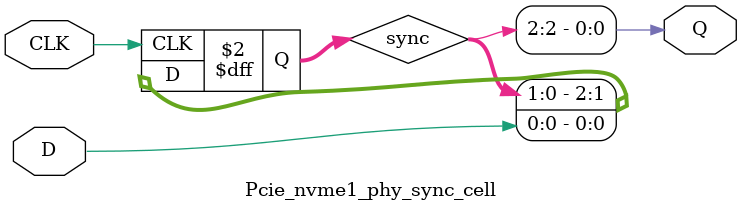
<source format=v>





`timescale 1ps / 1ps



//-------------------------------------------------------------------------------------------------
//  Synchronizer Library Module
//-------------------------------------------------------------------------------------------------
module Pcie_nvme1_phy_sync_cell #
(
    parameter integer STAGE = 2
)
(
    //-------------------------------------------------------------------------- 
    //  Input Ports
    //-------------------------------------------------------------------------- 
    input                               CLK,
    input                               D,
    
    //-------------------------------------------------------------------------- 
    //  Output Ports
    //-------------------------------------------------------------------------- 
    output                              Q
);

    //-------------------------------------------------------------------------- 
    //  Synchronized Signals
    //--------------------------------------------------------------------------  
    (* KEEP = "TRUE", ASYNC_REG = "TRUE", SHIFT_EXTRACT = "NO" *) reg [STAGE:0] sync;                                                            



//--------------------------------------------------------------------------------------------------
//  Synchronizier
//--------------------------------------------------------------------------------------------------
always @ (posedge CLK)
begin

    sync <= {sync[(STAGE-1):0], D};
            
end   



//--------------------------------------------------------------------------------------------------
//  Generate Output
//--------------------------------------------------------------------------------------------------
assign Q = sync[STAGE];


endmodule


</source>
